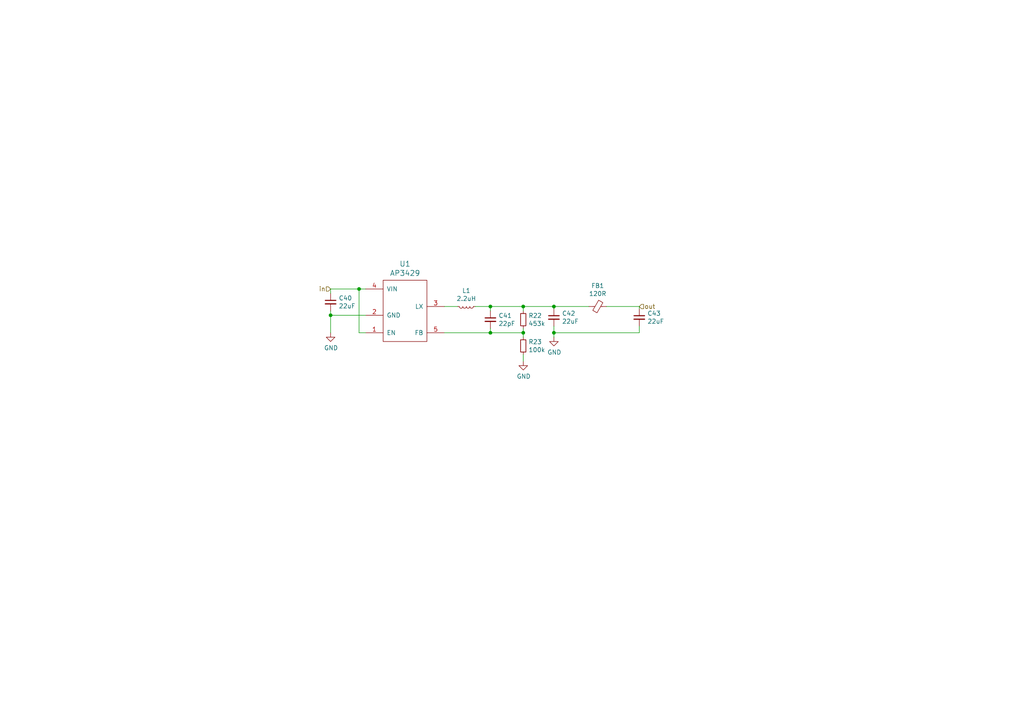
<source format=kicad_sch>
(kicad_sch (version 20211123) (generator eeschema)

  (uuid 40b14a16-fb82-4b9d-89dd-55cd98abb5cc)

  (paper "A4")

  (lib_symbols
    (symbol "Device:C_Small" (pin_numbers hide) (pin_names (offset 0.254) hide) (in_bom yes) (on_board yes)
      (property "Reference" "C" (id 0) (at 0.254 1.778 0)
        (effects (font (size 1.27 1.27)) (justify left))
      )
      (property "Value" "C_Small" (id 1) (at 0.254 -2.032 0)
        (effects (font (size 1.27 1.27)) (justify left))
      )
      (property "Footprint" "" (id 2) (at 0 0 0)
        (effects (font (size 1.27 1.27)) hide)
      )
      (property "Datasheet" "~" (id 3) (at 0 0 0)
        (effects (font (size 1.27 1.27)) hide)
      )
      (property "ki_keywords" "capacitor cap" (id 4) (at 0 0 0)
        (effects (font (size 1.27 1.27)) hide)
      )
      (property "ki_description" "Unpolarized capacitor, small symbol" (id 5) (at 0 0 0)
        (effects (font (size 1.27 1.27)) hide)
      )
      (property "ki_fp_filters" "C_*" (id 6) (at 0 0 0)
        (effects (font (size 1.27 1.27)) hide)
      )
      (symbol "C_Small_0_1"
        (polyline
          (pts
            (xy -1.524 -0.508)
            (xy 1.524 -0.508)
          )
          (stroke (width 0.3302) (type default) (color 0 0 0 0))
          (fill (type none))
        )
        (polyline
          (pts
            (xy -1.524 0.508)
            (xy 1.524 0.508)
          )
          (stroke (width 0.3048) (type default) (color 0 0 0 0))
          (fill (type none))
        )
      )
      (symbol "C_Small_1_1"
        (pin passive line (at 0 2.54 270) (length 2.032)
          (name "~" (effects (font (size 1.27 1.27))))
          (number "1" (effects (font (size 1.27 1.27))))
        )
        (pin passive line (at 0 -2.54 90) (length 2.032)
          (name "~" (effects (font (size 1.27 1.27))))
          (number "2" (effects (font (size 1.27 1.27))))
        )
      )
    )
    (symbol "Device:Ferrite_Bead_Small" (pin_numbers hide) (pin_names (offset 0)) (in_bom yes) (on_board yes)
      (property "Reference" "FB" (id 0) (at 1.905 1.27 0)
        (effects (font (size 1.27 1.27)) (justify left))
      )
      (property "Value" "Device_Ferrite_Bead_Small" (id 1) (at 1.905 -1.27 0)
        (effects (font (size 1.27 1.27)) (justify left))
      )
      (property "Footprint" "" (id 2) (at -1.778 0 90)
        (effects (font (size 1.27 1.27)) hide)
      )
      (property "Datasheet" "" (id 3) (at 0 0 0)
        (effects (font (size 1.27 1.27)) hide)
      )
      (property "ki_fp_filters" "Inductor_* L_* *Ferrite*" (id 4) (at 0 0 0)
        (effects (font (size 1.27 1.27)) hide)
      )
      (symbol "Ferrite_Bead_Small_0_1"
        (polyline
          (pts
            (xy 0 -1.27)
            (xy 0 -0.7874)
          )
          (stroke (width 0) (type default) (color 0 0 0 0))
          (fill (type none))
        )
        (polyline
          (pts
            (xy 0 0.889)
            (xy 0 1.2954)
          )
          (stroke (width 0) (type default) (color 0 0 0 0))
          (fill (type none))
        )
        (polyline
          (pts
            (xy -1.8288 0.2794)
            (xy -1.1176 1.4986)
            (xy 1.8288 -0.2032)
            (xy 1.1176 -1.4224)
            (xy -1.8288 0.2794)
          )
          (stroke (width 0) (type default) (color 0 0 0 0))
          (fill (type none))
        )
      )
      (symbol "Ferrite_Bead_Small_1_1"
        (pin passive line (at 0 2.54 270) (length 1.27)
          (name "~" (effects (font (size 1.27 1.27))))
          (number "1" (effects (font (size 1.27 1.27))))
        )
        (pin passive line (at 0 -2.54 90) (length 1.27)
          (name "~" (effects (font (size 1.27 1.27))))
          (number "2" (effects (font (size 1.27 1.27))))
        )
      )
    )
    (symbol "Device:L_Small" (pin_numbers hide) (pin_names (offset 0.254) hide) (in_bom yes) (on_board yes)
      (property "Reference" "L" (id 0) (at 0.762 1.016 0)
        (effects (font (size 1.27 1.27)) (justify left))
      )
      (property "Value" "L_Small" (id 1) (at 0.762 -1.016 0)
        (effects (font (size 1.27 1.27)) (justify left))
      )
      (property "Footprint" "" (id 2) (at 0 0 0)
        (effects (font (size 1.27 1.27)) hide)
      )
      (property "Datasheet" "~" (id 3) (at 0 0 0)
        (effects (font (size 1.27 1.27)) hide)
      )
      (property "ki_keywords" "inductor choke coil reactor magnetic" (id 4) (at 0 0 0)
        (effects (font (size 1.27 1.27)) hide)
      )
      (property "ki_description" "Inductor, small symbol" (id 5) (at 0 0 0)
        (effects (font (size 1.27 1.27)) hide)
      )
      (property "ki_fp_filters" "Choke_* *Coil* Inductor_* L_*" (id 6) (at 0 0 0)
        (effects (font (size 1.27 1.27)) hide)
      )
      (symbol "L_Small_0_1"
        (arc (start 0 -2.032) (mid 0.508 -1.524) (end 0 -1.016)
          (stroke (width 0) (type default) (color 0 0 0 0))
          (fill (type none))
        )
        (arc (start 0 -1.016) (mid 0.508 -0.508) (end 0 0)
          (stroke (width 0) (type default) (color 0 0 0 0))
          (fill (type none))
        )
        (arc (start 0 0) (mid 0.508 0.508) (end 0 1.016)
          (stroke (width 0) (type default) (color 0 0 0 0))
          (fill (type none))
        )
        (arc (start 0 1.016) (mid 0.508 1.524) (end 0 2.032)
          (stroke (width 0) (type default) (color 0 0 0 0))
          (fill (type none))
        )
      )
      (symbol "L_Small_1_1"
        (pin passive line (at 0 2.54 270) (length 0.508)
          (name "~" (effects (font (size 1.27 1.27))))
          (number "1" (effects (font (size 1.27 1.27))))
        )
        (pin passive line (at 0 -2.54 90) (length 0.508)
          (name "~" (effects (font (size 1.27 1.27))))
          (number "2" (effects (font (size 1.27 1.27))))
        )
      )
    )
    (symbol "Device:R_Small" (pin_numbers hide) (pin_names (offset 0.254) hide) (in_bom yes) (on_board yes)
      (property "Reference" "R" (id 0) (at 0.762 0.508 0)
        (effects (font (size 1.27 1.27)) (justify left))
      )
      (property "Value" "R_Small" (id 1) (at 0.762 -1.016 0)
        (effects (font (size 1.27 1.27)) (justify left))
      )
      (property "Footprint" "" (id 2) (at 0 0 0)
        (effects (font (size 1.27 1.27)) hide)
      )
      (property "Datasheet" "~" (id 3) (at 0 0 0)
        (effects (font (size 1.27 1.27)) hide)
      )
      (property "ki_keywords" "R resistor" (id 4) (at 0 0 0)
        (effects (font (size 1.27 1.27)) hide)
      )
      (property "ki_description" "Resistor, small symbol" (id 5) (at 0 0 0)
        (effects (font (size 1.27 1.27)) hide)
      )
      (property "ki_fp_filters" "R_*" (id 6) (at 0 0 0)
        (effects (font (size 1.27 1.27)) hide)
      )
      (symbol "R_Small_0_1"
        (rectangle (start -0.762 1.778) (end 0.762 -1.778)
          (stroke (width 0.2032) (type default) (color 0 0 0 0))
          (fill (type none))
        )
      )
      (symbol "R_Small_1_1"
        (pin passive line (at 0 2.54 270) (length 0.762)
          (name "~" (effects (font (size 1.27 1.27))))
          (number "1" (effects (font (size 1.27 1.27))))
        )
        (pin passive line (at 0 -2.54 90) (length 0.762)
          (name "~" (effects (font (size 1.27 1.27))))
          (number "2" (effects (font (size 1.27 1.27))))
        )
      )
    )
    (symbol "local:AP3429" (pin_names (offset 1.016)) (in_bom yes) (on_board yes)
      (property "Reference" "U" (id 0) (at -2.54 12.7 0)
        (effects (font (size 1.524 1.524)))
      )
      (property "Value" "AP3429" (id 1) (at 0 10.16 0)
        (effects (font (size 1.524 1.524)))
      )
      (property "Footprint" "Package_TO_SOT_SMD:TSOT-23-5" (id 2) (at 0 0 0)
        (effects (font (size 1.524 1.524)) hide)
      )
      (property "Datasheet" "" (id 3) (at 0 0 0)
        (effects (font (size 1.524 1.524)) hide)
      )
      (symbol "AP3429_0_1"
        (rectangle (start -5.08 7.62) (end 7.62 -10.16)
          (stroke (width 0) (type default) (color 0 0 0 0))
          (fill (type none))
        )
        (pin input line (at -10.16 -7.62 0) (length 5.08)
          (name "EN" (effects (font (size 1.27 1.27))))
          (number "1" (effects (font (size 1.27 1.27))))
        )
        (pin output line (at 12.7 0 180) (length 5.08)
          (name "LX" (effects (font (size 1.27 1.27))))
          (number "3" (effects (font (size 1.27 1.27))))
        )
        (pin input line (at 12.7 -7.62 180) (length 5.08)
          (name "FB" (effects (font (size 1.27 1.27))))
          (number "5" (effects (font (size 1.27 1.27))))
        )
      )
      (symbol "AP3429_1_1"
        (pin power_in line (at -10.16 -2.54 0) (length 5.08)
          (name "GND" (effects (font (size 1.27 1.27))))
          (number "2" (effects (font (size 1.27 1.27))))
        )
        (pin power_in line (at -10.16 5.08 0) (length 5.08)
          (name "VIN" (effects (font (size 1.27 1.27))))
          (number "4" (effects (font (size 1.27 1.27))))
        )
      )
    )
    (symbol "power:GND" (power) (pin_names (offset 0)) (in_bom yes) (on_board yes)
      (property "Reference" "#PWR" (id 0) (at 0 -6.35 0)
        (effects (font (size 1.27 1.27)) hide)
      )
      (property "Value" "GND" (id 1) (at 0 -3.81 0)
        (effects (font (size 1.27 1.27)))
      )
      (property "Footprint" "" (id 2) (at 0 0 0)
        (effects (font (size 1.27 1.27)) hide)
      )
      (property "Datasheet" "" (id 3) (at 0 0 0)
        (effects (font (size 1.27 1.27)) hide)
      )
      (property "ki_keywords" "power-flag" (id 4) (at 0 0 0)
        (effects (font (size 1.27 1.27)) hide)
      )
      (property "ki_description" "Power symbol creates a global label with name \"GND\" , ground" (id 5) (at 0 0 0)
        (effects (font (size 1.27 1.27)) hide)
      )
      (symbol "GND_0_1"
        (polyline
          (pts
            (xy 0 0)
            (xy 0 -1.27)
            (xy 1.27 -1.27)
            (xy 0 -2.54)
            (xy -1.27 -1.27)
            (xy 0 -1.27)
          )
          (stroke (width 0) (type default) (color 0 0 0 0))
          (fill (type none))
        )
      )
      (symbol "GND_1_1"
        (pin power_in line (at 0 0 270) (length 0) hide
          (name "GND" (effects (font (size 1.27 1.27))))
          (number "1" (effects (font (size 1.27 1.27))))
        )
      )
    )
  )

  (junction (at 104.14 83.82) (diameter 0) (color 0 0 0 0)
    (uuid 03c7f780-fc1b-487a-b30d-567d6c09fdc8)
  )
  (junction (at 142.24 88.9) (diameter 0) (color 0 0 0 0)
    (uuid 31540a7e-dc9e-4e4d-96b1-dab15efa5f4b)
  )
  (junction (at 151.765 96.52) (diameter 0) (color 0 0 0 0)
    (uuid 7c04618d-9115-4179-b234-a8faf854ea92)
  )
  (junction (at 160.655 96.52) (diameter 0) (color 0 0 0 0)
    (uuid 9f80220c-1612-4589-b9ca-a5579617bdb8)
  )
  (junction (at 95.885 91.44) (diameter 0) (color 0 0 0 0)
    (uuid b5071759-a4d7-4769-be02-251f23cd4454)
  )
  (junction (at 142.24 96.52) (diameter 0) (color 0 0 0 0)
    (uuid e502d1d5-04b0-4d4b-b5c3-8c52d09668e7)
  )
  (junction (at 151.765 88.9) (diameter 0) (color 0 0 0 0)
    (uuid f6c644f4-3036-41a6-9e14-2c08c079c6cd)
  )
  (junction (at 160.655 88.9) (diameter 0) (color 0 0 0 0)
    (uuid f8fc38ec-0b98-40bc-ae2f-e5cc29973bca)
  )

  (wire (pts (xy 142.24 88.9) (xy 142.24 90.17))
    (stroke (width 0) (type default) (color 0 0 0 0))
    (uuid 065b9982-55f2-4822-977e-07e8a06e7b35)
  )
  (wire (pts (xy 175.895 88.9) (xy 185.42 88.9))
    (stroke (width 0) (type default) (color 0 0 0 0))
    (uuid 0cc45b5b-96b3-4284-9cae-a3a9e324a916)
  )
  (wire (pts (xy 151.765 88.9) (xy 151.765 90.17))
    (stroke (width 0) (type default) (color 0 0 0 0))
    (uuid 109caac1-5036-4f23-9a66-f569d871501b)
  )
  (wire (pts (xy 142.24 88.9) (xy 151.765 88.9))
    (stroke (width 0) (type default) (color 0 0 0 0))
    (uuid 19b0959e-a79b-43b2-a5ad-525ced7e9131)
  )
  (wire (pts (xy 160.655 96.52) (xy 160.655 97.79))
    (stroke (width 0) (type default) (color 0 0 0 0))
    (uuid 224768bc-6009-43ba-aa4a-70cbaa15b5a3)
  )
  (wire (pts (xy 128.905 96.52) (xy 142.24 96.52))
    (stroke (width 0) (type default) (color 0 0 0 0))
    (uuid 25e5aa8e-2696-44a3-8d3c-c2c53f2923cf)
  )
  (wire (pts (xy 185.42 94.615) (xy 185.42 96.52))
    (stroke (width 0) (type default) (color 0 0 0 0))
    (uuid 4a850cb6-bb24-4274-a902-e49f34f0a0e3)
  )
  (wire (pts (xy 95.885 96.52) (xy 95.885 91.44))
    (stroke (width 0) (type default) (color 0 0 0 0))
    (uuid 4b03e854-02fe-44cc-bece-f8268b7cae54)
  )
  (wire (pts (xy 185.42 88.9) (xy 185.42 89.535))
    (stroke (width 0) (type default) (color 0 0 0 0))
    (uuid 6b7c1048-12b6-46b2-b762-fa3ad30472dd)
  )
  (wire (pts (xy 132.715 88.9) (xy 128.905 88.9))
    (stroke (width 0) (type default) (color 0 0 0 0))
    (uuid 70fb572d-d5ec-41e7-9482-63d4578b4f47)
  )
  (wire (pts (xy 160.655 96.52) (xy 185.42 96.52))
    (stroke (width 0) (type default) (color 0 0 0 0))
    (uuid 752417ee-7d0b-4ac8-a22c-26669881a2ab)
  )
  (wire (pts (xy 95.885 83.82) (xy 104.14 83.82))
    (stroke (width 0) (type default) (color 0 0 0 0))
    (uuid 88668202-3f0b-4d07-84d4-dcd790f57272)
  )
  (wire (pts (xy 151.765 88.9) (xy 160.655 88.9))
    (stroke (width 0) (type default) (color 0 0 0 0))
    (uuid 8c1605f9-6c91-4701-96bf-e753661d5e23)
  )
  (wire (pts (xy 151.765 95.25) (xy 151.765 96.52))
    (stroke (width 0) (type default) (color 0 0 0 0))
    (uuid 998b7fa5-31a5-472e-9572-49d5226d6098)
  )
  (wire (pts (xy 142.24 96.52) (xy 142.24 95.25))
    (stroke (width 0) (type default) (color 0 0 0 0))
    (uuid a24ddb4f-c217-42ca-b6cb-d12da84fb2b9)
  )
  (wire (pts (xy 137.795 88.9) (xy 142.24 88.9))
    (stroke (width 0) (type default) (color 0 0 0 0))
    (uuid a6ccc556-da88-4006-ae1a-cc35733efef3)
  )
  (wire (pts (xy 170.815 88.9) (xy 160.655 88.9))
    (stroke (width 0) (type default) (color 0 0 0 0))
    (uuid a7531a95-7ca1-4f34-955e-18120cec99e6)
  )
  (wire (pts (xy 104.14 96.52) (xy 104.14 83.82))
    (stroke (width 0) (type default) (color 0 0 0 0))
    (uuid b873bc5d-a9af-4bd9-afcb-87ce4d417120)
  )
  (wire (pts (xy 104.14 83.82) (xy 106.045 83.82))
    (stroke (width 0) (type default) (color 0 0 0 0))
    (uuid c04386e0-b49e-4fff-b380-675af13a62cb)
  )
  (wire (pts (xy 95.885 91.44) (xy 95.885 90.17))
    (stroke (width 0) (type default) (color 0 0 0 0))
    (uuid c106154f-d948-43e5-abfa-e1b96055d91b)
  )
  (wire (pts (xy 95.885 85.09) (xy 95.885 83.82))
    (stroke (width 0) (type default) (color 0 0 0 0))
    (uuid c24d6ac8-802d-4df3-a210-9cb1f693e865)
  )
  (wire (pts (xy 151.765 104.775) (xy 151.765 102.87))
    (stroke (width 0) (type default) (color 0 0 0 0))
    (uuid c76d4423-ef1b-4a6f-8176-33d65f2877bb)
  )
  (wire (pts (xy 160.655 94.615) (xy 160.655 96.52))
    (stroke (width 0) (type default) (color 0 0 0 0))
    (uuid cada57e2-1fa7-4b9d-a2a0-2218773d5c50)
  )
  (wire (pts (xy 142.24 96.52) (xy 151.765 96.52))
    (stroke (width 0) (type default) (color 0 0 0 0))
    (uuid e4d2f565-25a0-48c6-be59-f4bf31ad2558)
  )
  (wire (pts (xy 151.765 96.52) (xy 151.765 97.79))
    (stroke (width 0) (type default) (color 0 0 0 0))
    (uuid e67b9f8c-019b-4145-98a4-96545f6bb128)
  )
  (wire (pts (xy 160.655 88.9) (xy 160.655 89.535))
    (stroke (width 0) (type default) (color 0 0 0 0))
    (uuid f1447ad6-651c-45be-a2d6-33bddf672c2c)
  )
  (wire (pts (xy 106.045 91.44) (xy 95.885 91.44))
    (stroke (width 0) (type default) (color 0 0 0 0))
    (uuid f449bd37-cc90-4487-aee6-2a20b8d2843a)
  )
  (wire (pts (xy 106.045 96.52) (xy 104.14 96.52))
    (stroke (width 0) (type default) (color 0 0 0 0))
    (uuid f7667b23-296e-4362-a7e3-949632c8954b)
  )

  (hierarchical_label "in" (shape input) (at 95.885 83.82 180)
    (effects (font (size 1.27 1.27)) (justify right))
    (uuid 2d697cf0-e02e-4ed1-a048-a704dab0ee43)
  )
  (hierarchical_label "out" (shape input) (at 185.42 88.9 0)
    (effects (font (size 1.27 1.27)) (justify left))
    (uuid c09938fd-06b9-4771-9f63-2311626243b3)
  )

  (symbol (lib_id "local:AP3429") (at 116.205 88.9 0)
    (in_bom yes) (on_board yes)
    (uuid 00000000-0000-0000-0000-00005fd9b848)
    (property "Reference" "U1" (id 0) (at 117.475 76.5302 0)
      (effects (font (size 1.524 1.524)))
    )
    (property "Value" "AP3429" (id 1) (at 117.475 79.2226 0)
      (effects (font (size 1.524 1.524)))
    )
    (property "Footprint" "Package_TO_SOT_SMD:TSOT-23-5" (id 2) (at 116.205 88.9 0)
      (effects (font (size 1.524 1.524)) hide)
    )
    (property "Datasheet" "" (id 3) (at 116.205 88.9 0)
      (effects (font (size 1.524 1.524)) hide)
    )
    (property "MPN" "AP3429AKTTR-G1" (id 4) (at 116.205 88.9 0)
      (effects (font (size 1.27 1.27)) hide)
    )
    (pin "1" (uuid 2c4cd8f5-49c1-4528-a193-0d34c4c44f2c))
    (pin "3" (uuid 59b5a384-8564-42f6-941c-cdb25b759aa9))
    (pin "5" (uuid 54d1b8c5-e296-4acb-b9b5-05aa59a1a85b))
    (pin "2" (uuid 8f90054b-0796-45de-8c0e-d2f67e09783d))
    (pin "4" (uuid bc9fe95c-fece-4813-9587-612ecb8f2a1d))
  )

  (symbol (lib_id "Device:C_Small") (at 95.885 87.63 0)
    (in_bom yes) (on_board yes)
    (uuid 00000000-0000-0000-0000-00005fd9b84e)
    (property "Reference" "C40" (id 0) (at 98.2218 86.4616 0)
      (effects (font (size 1.27 1.27)) (justify left))
    )
    (property "Value" "22uF" (id 1) (at 98.2218 88.773 0)
      (effects (font (size 1.27 1.27)) (justify left))
    )
    (property "Footprint" "Capacitor_SMD:C_0603_1608Metric" (id 2) (at 95.885 87.63 0)
      (effects (font (size 1.27 1.27)) hide)
    )
    (property "Datasheet" "~" (id 3) (at 95.885 87.63 0)
      (effects (font (size 1.27 1.27)) hide)
    )
    (pin "1" (uuid 8db712b3-af37-4f89-bed5-d9a45eac7ab4))
    (pin "2" (uuid 7d222a92-0b52-4840-9def-5100b8266a13))
  )

  (symbol (lib_id "Device:C_Small") (at 160.655 92.075 0)
    (in_bom yes) (on_board yes)
    (uuid 00000000-0000-0000-0000-00005fd9b854)
    (property "Reference" "C42" (id 0) (at 162.9918 90.9066 0)
      (effects (font (size 1.27 1.27)) (justify left))
    )
    (property "Value" "22uF" (id 1) (at 162.9918 93.218 0)
      (effects (font (size 1.27 1.27)) (justify left))
    )
    (property "Footprint" "Capacitor_SMD:C_0603_1608Metric" (id 2) (at 160.655 92.075 0)
      (effects (font (size 1.27 1.27)) hide)
    )
    (property "Datasheet" "~" (id 3) (at 160.655 92.075 0)
      (effects (font (size 1.27 1.27)) hide)
    )
    (pin "1" (uuid aeab1fc2-d084-4009-ae74-6421fce89c31))
    (pin "2" (uuid fa8b90a0-2d55-4478-9ea5-1a75ab33556a))
  )

  (symbol (lib_id "Device:C_Small") (at 185.42 92.075 0)
    (in_bom yes) (on_board yes)
    (uuid 00000000-0000-0000-0000-00005fd9b85a)
    (property "Reference" "C43" (id 0) (at 187.7568 90.9066 0)
      (effects (font (size 1.27 1.27)) (justify left))
    )
    (property "Value" "22uF" (id 1) (at 187.7568 93.218 0)
      (effects (font (size 1.27 1.27)) (justify left))
    )
    (property "Footprint" "Capacitor_SMD:C_0603_1608Metric" (id 2) (at 185.42 92.075 0)
      (effects (font (size 1.27 1.27)) hide)
    )
    (property "Datasheet" "~" (id 3) (at 185.42 92.075 0)
      (effects (font (size 1.27 1.27)) hide)
    )
    (pin "1" (uuid 23d837ba-dc5e-411c-9f2a-aada12ded467))
    (pin "2" (uuid 9a07ff57-f530-439d-995f-addf46a76d84))
  )

  (symbol (lib_id "Device:L_Small") (at 135.255 88.9 270)
    (in_bom yes) (on_board yes)
    (uuid 00000000-0000-0000-0000-00005fd9b864)
    (property "Reference" "L1" (id 0) (at 135.255 84.3026 90))
    (property "Value" "2.2uH" (id 1) (at 135.255 86.614 90))
    (property "Footprint" "Inductor_SMD:L_Taiyo-Yuden_NR-50xx" (id 2) (at 135.255 88.9 0)
      (effects (font (size 1.27 1.27)) hide)
    )
    (property "Datasheet" "~" (id 3) (at 135.255 88.9 0)
      (effects (font (size 1.27 1.27)) hide)
    )
    (property "MPN" "NRS5030T2R2NMGJ" (id 4) (at 135.255 88.9 0)
      (effects (font (size 1.27 1.27)) hide)
    )
    (pin "1" (uuid e10bc20f-fcfb-40a2-8886-3fa1b7dc2b5e))
    (pin "2" (uuid 6b483d33-c0bf-448c-b303-85c0149143f3))
  )

  (symbol (lib_id "Device:C_Small") (at 142.24 92.71 0)
    (in_bom yes) (on_board yes)
    (uuid 00000000-0000-0000-0000-00005fd9b86b)
    (property "Reference" "C41" (id 0) (at 144.5768 91.5416 0)
      (effects (font (size 1.27 1.27)) (justify left))
    )
    (property "Value" "22pF" (id 1) (at 144.5768 93.853 0)
      (effects (font (size 1.27 1.27)) (justify left))
    )
    (property "Footprint" "Capacitor_SMD:C_0402_1005Metric" (id 2) (at 142.24 92.71 0)
      (effects (font (size 1.27 1.27)) hide)
    )
    (property "Datasheet" "~" (id 3) (at 142.24 92.71 0)
      (effects (font (size 1.27 1.27)) hide)
    )
    (pin "1" (uuid 66c97e6e-49ff-48b7-938e-a4ee6251c17f))
    (pin "2" (uuid cabb551b-ff3a-4f07-8ccd-8405510b9c66))
  )

  (symbol (lib_id "Device:R_Small") (at 151.765 92.71 0)
    (in_bom yes) (on_board yes)
    (uuid 00000000-0000-0000-0000-00005fd9b875)
    (property "Reference" "R22" (id 0) (at 153.2636 91.5416 0)
      (effects (font (size 1.27 1.27)) (justify left))
    )
    (property "Value" "453k" (id 1) (at 153.2636 93.853 0)
      (effects (font (size 1.27 1.27)) (justify left))
    )
    (property "Footprint" "Capacitor_SMD:C_0402_1005Metric" (id 2) (at 151.765 92.71 0)
      (effects (font (size 1.27 1.27)) hide)
    )
    (property "Datasheet" "~" (id 3) (at 151.765 92.71 0)
      (effects (font (size 1.27 1.27)) hide)
    )
    (pin "1" (uuid 2e11721c-2e3d-436f-b32f-12902cd6b372))
    (pin "2" (uuid d4d4cfdf-2728-4942-ae18-33d1a4ac7ff7))
  )

  (symbol (lib_id "Device:R_Small") (at 151.765 100.33 0)
    (in_bom yes) (on_board yes)
    (uuid 00000000-0000-0000-0000-00005fd9b87b)
    (property "Reference" "R23" (id 0) (at 153.2636 99.1616 0)
      (effects (font (size 1.27 1.27)) (justify left))
    )
    (property "Value" "100k" (id 1) (at 153.2636 101.473 0)
      (effects (font (size 1.27 1.27)) (justify left))
    )
    (property "Footprint" "Capacitor_SMD:C_0402_1005Metric" (id 2) (at 151.765 100.33 0)
      (effects (font (size 1.27 1.27)) hide)
    )
    (property "Datasheet" "~" (id 3) (at 151.765 100.33 0)
      (effects (font (size 1.27 1.27)) hide)
    )
    (pin "1" (uuid 85f9e754-1625-4d45-97d5-c6be39023324))
    (pin "2" (uuid 1f138969-b7d1-4712-8bee-6bdb17c5d5f7))
  )

  (symbol (lib_id "power:GND") (at 151.765 104.775 0)
    (in_bom yes) (on_board yes)
    (uuid 00000000-0000-0000-0000-00005fd9b892)
    (property "Reference" "#PWR0121" (id 0) (at 151.765 111.125 0)
      (effects (font (size 1.27 1.27)) hide)
    )
    (property "Value" "GND" (id 1) (at 151.892 109.1692 0))
    (property "Footprint" "" (id 2) (at 151.765 104.775 0)
      (effects (font (size 1.27 1.27)) hide)
    )
    (property "Datasheet" "" (id 3) (at 151.765 104.775 0)
      (effects (font (size 1.27 1.27)) hide)
    )
    (pin "1" (uuid 747a6a4c-4641-4b0c-9c0e-f5fe21c8d40b))
  )

  (symbol (lib_id "power:GND") (at 160.655 97.79 0)
    (in_bom yes) (on_board yes)
    (uuid 00000000-0000-0000-0000-00005fd9b89e)
    (property "Reference" "#PWR0122" (id 0) (at 160.655 104.14 0)
      (effects (font (size 1.27 1.27)) hide)
    )
    (property "Value" "GND" (id 1) (at 160.782 102.1842 0))
    (property "Footprint" "" (id 2) (at 160.655 97.79 0)
      (effects (font (size 1.27 1.27)) hide)
    )
    (property "Datasheet" "" (id 3) (at 160.655 97.79 0)
      (effects (font (size 1.27 1.27)) hide)
    )
    (pin "1" (uuid f64af5ac-df8a-4c90-bc74-f4822f3049d6))
  )

  (symbol (lib_id "power:GND") (at 95.885 96.52 0)
    (in_bom yes) (on_board yes)
    (uuid 00000000-0000-0000-0000-00005fe04b58)
    (property "Reference" "#PWR0123" (id 0) (at 95.885 102.87 0)
      (effects (font (size 1.27 1.27)) hide)
    )
    (property "Value" "GND" (id 1) (at 96.012 100.9142 0))
    (property "Footprint" "" (id 2) (at 95.885 96.52 0)
      (effects (font (size 1.27 1.27)) hide)
    )
    (property "Datasheet" "" (id 3) (at 95.885 96.52 0)
      (effects (font (size 1.27 1.27)) hide)
    )
    (pin "1" (uuid 7f9ff757-5a51-4d3a-8637-c645f8fdbc63))
  )

  (symbol (lib_id "Device:Ferrite_Bead_Small") (at 173.355 88.9 270) (unit 1)
    (in_bom yes) (on_board yes)
    (uuid 00000000-0000-0000-0000-000060b5e3d0)
    (property "Reference" "FB1" (id 0) (at 173.355 82.8802 90))
    (property "Value" "120R" (id 1) (at 173.355 85.1916 90))
    (property "Footprint" "Resistor_SMD:R_0603_1608Metric" (id 2) (at 173.355 87.122 90)
      (effects (font (size 1.27 1.27)) hide)
    )
    (property "Datasheet" "~" (id 3) (at 173.355 88.9 0)
      (effects (font (size 1.27 1.27)) hide)
    )
    (pin "1" (uuid 4711452b-5a8f-4586-ac69-40cff1591d5c))
    (pin "2" (uuid 155e04a7-7341-4ecd-b29b-5b8920b1c855))
  )
)

</source>
